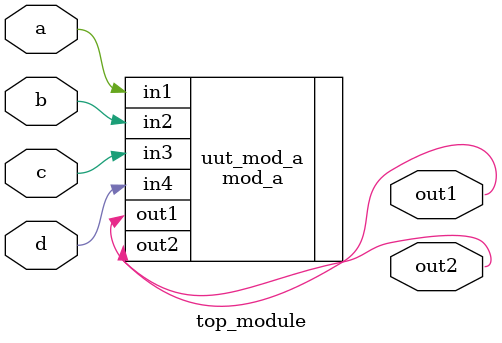
<source format=v>
module top_module ( 
    input a, 
    input b, 
    input c,
    input d,
    output out1,
    output out2
);
    mod_a uut_mod_a(.in1(a),.in2(b),.in3(c),.in4(d),.out1(out1),.out2(out2));

endmodule

</source>
